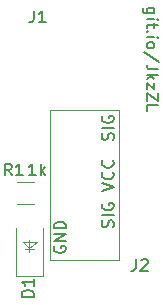
<source format=gbr>
%TF.GenerationSoftware,KiCad,Pcbnew,(5.1.7)-1*%
%TF.CreationDate,2020-11-20T21:44:25-06:00*%
%TF.ProjectId,PROBE-BOARD,50524f42-452d-4424-9f41-52442e6b6963,rev?*%
%TF.SameCoordinates,Original*%
%TF.FileFunction,Legend,Top*%
%TF.FilePolarity,Positive*%
%FSLAX46Y46*%
G04 Gerber Fmt 4.6, Leading zero omitted, Abs format (unit mm)*
G04 Created by KiCad (PCBNEW (5.1.7)-1) date 2020-11-20 21:44:25*
%MOMM*%
%LPD*%
G01*
G04 APERTURE LIST*
%ADD10C,0.120000*%
%ADD11C,0.150000*%
G04 APERTURE END LIST*
D10*
X-5050000Y-5450000D02*
X-4250000Y-5450000D01*
X-4650000Y-4700000D02*
X-4650000Y-5650000D01*
X-4650000Y-5350000D02*
X-5200000Y-4850000D01*
X-4050000Y-4850000D02*
X-4650000Y-5350000D01*
X-5200000Y-4850000D02*
X-4050000Y-4850000D01*
D11*
X5929285Y14501333D02*
X5119761Y14501333D01*
X5024523Y14548952D01*
X4976904Y14596571D01*
X4929285Y14691809D01*
X4929285Y14834666D01*
X4976904Y14929904D01*
X5310238Y14501333D02*
X5262619Y14596571D01*
X5262619Y14787047D01*
X5310238Y14882285D01*
X5357857Y14929904D01*
X5453095Y14977523D01*
X5738809Y14977523D01*
X5834047Y14929904D01*
X5881666Y14882285D01*
X5929285Y14787047D01*
X5929285Y14596571D01*
X5881666Y14501333D01*
X5262619Y14025142D02*
X5929285Y14025142D01*
X6262619Y14025142D02*
X6215000Y14072761D01*
X6167380Y14025142D01*
X6215000Y13977523D01*
X6262619Y14025142D01*
X6167380Y14025142D01*
X5929285Y13691809D02*
X5929285Y13310857D01*
X6262619Y13548952D02*
X5405476Y13548952D01*
X5310238Y13501333D01*
X5262619Y13406095D01*
X5262619Y13310857D01*
X5357857Y12977523D02*
X5310238Y12929904D01*
X5262619Y12977523D01*
X5310238Y13025142D01*
X5357857Y12977523D01*
X5262619Y12977523D01*
X5262619Y12501333D02*
X5929285Y12501333D01*
X6262619Y12501333D02*
X6215000Y12548952D01*
X6167380Y12501333D01*
X6215000Y12453714D01*
X6262619Y12501333D01*
X6167380Y12501333D01*
X5262619Y11882285D02*
X5310238Y11977523D01*
X5357857Y12025142D01*
X5453095Y12072761D01*
X5738809Y12072761D01*
X5834047Y12025142D01*
X5881666Y11977523D01*
X5929285Y11882285D01*
X5929285Y11739428D01*
X5881666Y11644190D01*
X5834047Y11596571D01*
X5738809Y11548952D01*
X5453095Y11548952D01*
X5357857Y11596571D01*
X5310238Y11644190D01*
X5262619Y11739428D01*
X5262619Y11882285D01*
X6310238Y10406095D02*
X5024523Y11263238D01*
X6262619Y9787047D02*
X5548333Y9787047D01*
X5405476Y9834666D01*
X5310238Y9929904D01*
X5262619Y10072761D01*
X5262619Y10168000D01*
X5262619Y9310857D02*
X6262619Y9310857D01*
X5643571Y9215619D02*
X5262619Y8929904D01*
X5929285Y8929904D02*
X5548333Y9310857D01*
X5929285Y8596571D02*
X5929285Y8072761D01*
X5262619Y8596571D01*
X5262619Y8072761D01*
X6262619Y7787047D02*
X6262619Y7120380D01*
X5262619Y7787047D01*
X5262619Y7120380D01*
X5262619Y6263238D02*
X5262619Y6739428D01*
X6262619Y6739428D01*
X-4119047Y797619D02*
X-4690476Y797619D01*
X-4404761Y797619D02*
X-4404761Y1797619D01*
X-4500000Y1654761D01*
X-4595238Y1559523D01*
X-4690476Y1511904D01*
X-3690476Y797619D02*
X-3690476Y1797619D01*
X-3595238Y1178571D02*
X-3309523Y797619D01*
X-3309523Y1464285D02*
X-3690476Y1083333D01*
X-2532000Y-5206904D02*
X-2579619Y-5302142D01*
X-2579619Y-5445000D01*
X-2532000Y-5587857D01*
X-2436761Y-5683095D01*
X-2341523Y-5730714D01*
X-2151047Y-5778333D01*
X-2008190Y-5778333D01*
X-1817714Y-5730714D01*
X-1722476Y-5683095D01*
X-1627238Y-5587857D01*
X-1579619Y-5445000D01*
X-1579619Y-5349761D01*
X-1627238Y-5206904D01*
X-1674857Y-5159285D01*
X-2008190Y-5159285D01*
X-2008190Y-5349761D01*
X-1579619Y-4730714D02*
X-2579619Y-4730714D01*
X-1579619Y-4159285D01*
X-2579619Y-4159285D01*
X-1579619Y-3683095D02*
X-2579619Y-3683095D01*
X-2579619Y-3445000D01*
X-2532000Y-3302142D01*
X-2436761Y-3206904D01*
X-2341523Y-3159285D01*
X-2151047Y-3111666D01*
X-2008190Y-3111666D01*
X-1817714Y-3159285D01*
X-1722476Y-3206904D01*
X-1627238Y-3302142D01*
X-1579619Y-3445000D01*
X-1579619Y-3683095D01*
X2436761Y-3595333D02*
X2484380Y-3452476D01*
X2484380Y-3214380D01*
X2436761Y-3119142D01*
X2389142Y-3071523D01*
X2293904Y-3023904D01*
X2198666Y-3023904D01*
X2103428Y-3071523D01*
X2055809Y-3119142D01*
X2008190Y-3214380D01*
X1960571Y-3404857D01*
X1912952Y-3500095D01*
X1865333Y-3547714D01*
X1770095Y-3595333D01*
X1674857Y-3595333D01*
X1579619Y-3547714D01*
X1531999Y-3500095D01*
X1484380Y-3404857D01*
X1484380Y-3166761D01*
X1532000Y-3023904D01*
X2484380Y-2595333D02*
X1484380Y-2595333D01*
X1532000Y-1595333D02*
X1484380Y-1690571D01*
X1484380Y-1833428D01*
X1532000Y-1976285D01*
X1627238Y-2071523D01*
X1722476Y-2119142D01*
X1912952Y-2166761D01*
X2055809Y-2166761D01*
X2246285Y-2119142D01*
X2341523Y-2071523D01*
X2436761Y-1976285D01*
X2484380Y-1833428D01*
X2484380Y-1738190D01*
X2436761Y-1595333D01*
X2389142Y-1547714D01*
X2055809Y-1547714D01*
X2055809Y-1738190D01*
X1484380Y-500095D02*
X2484380Y-166761D01*
X1484380Y166571D01*
X2389142Y1071333D02*
X2436761Y1023714D01*
X2484380Y880857D01*
X2484380Y785619D01*
X2436761Y642761D01*
X2341523Y547523D01*
X2246285Y499904D01*
X2055809Y452285D01*
X1912952Y452285D01*
X1722476Y499904D01*
X1627238Y547523D01*
X1532000Y642761D01*
X1484380Y785619D01*
X1484380Y880857D01*
X1532000Y1023714D01*
X1579619Y1071333D01*
X2389142Y2071333D02*
X2436761Y2023714D01*
X2484380Y1880857D01*
X2484380Y1785619D01*
X2436761Y1642761D01*
X2341523Y1547523D01*
X2246285Y1499904D01*
X2055809Y1452285D01*
X1912952Y1452285D01*
X1722476Y1499904D01*
X1627238Y1547523D01*
X1532000Y1642761D01*
X1484380Y1785619D01*
X1484380Y1880857D01*
X1532000Y2023714D01*
X1579619Y2071333D01*
X2436761Y3802190D02*
X2484380Y3945047D01*
X2484380Y4183142D01*
X2436761Y4278380D01*
X2389142Y4326000D01*
X2293904Y4373619D01*
X2198666Y4373619D01*
X2103428Y4326000D01*
X2055809Y4278380D01*
X2008190Y4183142D01*
X1960571Y3992666D01*
X1912952Y3897428D01*
X1865333Y3849809D01*
X1770095Y3802190D01*
X1674857Y3802190D01*
X1579619Y3849809D01*
X1532000Y3897428D01*
X1484380Y3992666D01*
X1484380Y4230761D01*
X1532000Y4373619D01*
X2484380Y4802190D02*
X1484380Y4802190D01*
X1532000Y5802190D02*
X1484380Y5706952D01*
X1484380Y5564095D01*
X1532000Y5421238D01*
X1627238Y5326000D01*
X1722476Y5278380D01*
X1912952Y5230761D01*
X2055809Y5230761D01*
X2246285Y5278380D01*
X2341523Y5326000D01*
X2436761Y5421238D01*
X2484380Y5564095D01*
X2484380Y5659333D01*
X2436761Y5802190D01*
X2389142Y5849809D01*
X2055809Y5849809D01*
X2055809Y5659333D01*
D10*
%TO.C,R1*%
X-4225936Y-1625000D02*
X-5680064Y-1625000D01*
X-4225936Y195000D02*
X-5680064Y195000D01*
%TO.C,D1*%
X-3496500Y-7693500D02*
X-3496500Y-3633500D01*
X-5766500Y-7693500D02*
X-3496500Y-7693500D01*
X-5766500Y-3633500D02*
X-5766500Y-7693500D01*
%TO.C,SW1*%
X2940000Y6350000D02*
X-2940000Y6350000D01*
X-2940000Y6350000D02*
X-2940000Y-6350000D01*
X-2940000Y-6350000D02*
X2940000Y-6350000D01*
X2940000Y-6350000D02*
X2940000Y6350000D01*
%TO.C,R1*%
D11*
X-6166666Y797619D02*
X-6500000Y1273809D01*
X-6738095Y797619D02*
X-6738095Y1797619D01*
X-6357142Y1797619D01*
X-6261904Y1750000D01*
X-6214285Y1702380D01*
X-6166666Y1607142D01*
X-6166666Y1464285D01*
X-6214285Y1369047D01*
X-6261904Y1321428D01*
X-6357142Y1273809D01*
X-6738095Y1273809D01*
X-5214285Y797619D02*
X-5785714Y797619D01*
X-5500000Y797619D02*
X-5500000Y1797619D01*
X-5595238Y1654761D01*
X-5690476Y1559523D01*
X-5785714Y1511904D01*
%TO.C,D1*%
X-4297619Y-9488095D02*
X-5297619Y-9488095D01*
X-5297619Y-9250000D01*
X-5250000Y-9107142D01*
X-5154761Y-9011904D01*
X-5059523Y-8964285D01*
X-4869047Y-8916666D01*
X-4726190Y-8916666D01*
X-4535714Y-8964285D01*
X-4440476Y-9011904D01*
X-4345238Y-9107142D01*
X-4297619Y-9250000D01*
X-4297619Y-9488095D01*
X-4297619Y-7964285D02*
X-4297619Y-8535714D01*
X-4297619Y-8250000D02*
X-5297619Y-8250000D01*
X-5154761Y-8345238D01*
X-5059523Y-8440476D01*
X-5011904Y-8535714D01*
%TO.C,J2*%
X4366666Y-6302380D02*
X4366666Y-7016666D01*
X4319047Y-7159523D01*
X4223809Y-7254761D01*
X4080952Y-7302380D01*
X3985714Y-7302380D01*
X4795238Y-6397619D02*
X4842857Y-6350000D01*
X4938095Y-6302380D01*
X5176190Y-6302380D01*
X5271428Y-6350000D01*
X5319047Y-6397619D01*
X5366666Y-6492857D01*
X5366666Y-6588095D01*
X5319047Y-6730952D01*
X4747619Y-7302380D01*
X5366666Y-7302380D01*
%TO.C,J1*%
X-4283333Y14747619D02*
X-4283333Y14033333D01*
X-4330952Y13890476D01*
X-4426190Y13795238D01*
X-4569047Y13747619D01*
X-4664285Y13747619D01*
X-3283333Y13747619D02*
X-3854761Y13747619D01*
X-3569047Y13747619D02*
X-3569047Y14747619D01*
X-3664285Y14604761D01*
X-3759523Y14509523D01*
X-3854761Y14461904D01*
%TD*%
M02*

</source>
